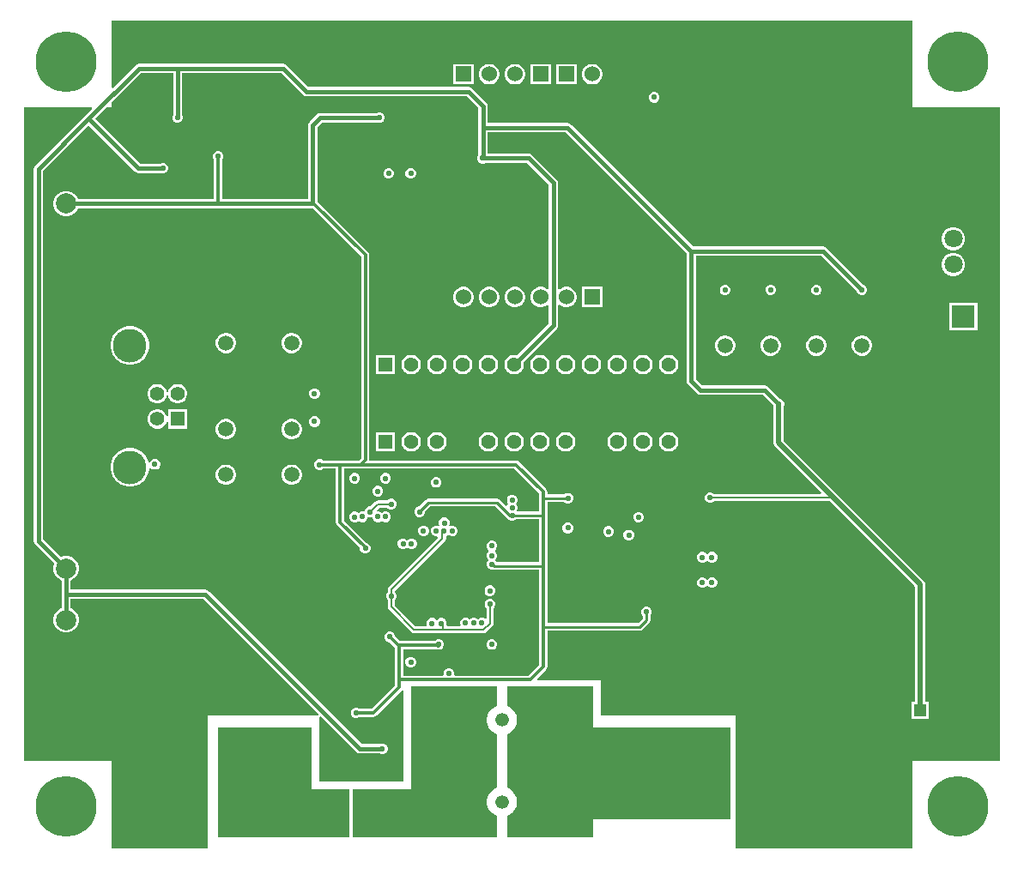
<source format=gbr>
%TF.GenerationSoftware,Altium Limited,Altium Designer,25.2.1 (25)*%
G04 Layer_Physical_Order=2*
G04 Layer_Color=36540*
%FSLAX43Y43*%
%MOMM*%
%TF.SameCoordinates,14BE83A4-B3EB-4770-8DB1-726BE69DDD70*%
%TF.FilePolarity,Positive*%
%TF.FileFunction,Copper,L2,Inr,Signal*%
%TF.Part,Single*%
G01*
G75*
%TA.AperFunction,Conductor*%
%ADD11C,0.203*%
%ADD12C,0.250*%
%ADD13C,0.200*%
%ADD14C,0.300*%
%ADD15C,0.400*%
%TA.AperFunction,ComponentPad*%
%ADD16C,1.500*%
%ADD17R,1.500X1.500*%
%ADD18C,1.524*%
%ADD19R,1.524X1.524*%
%ADD20C,2.300*%
%ADD21C,1.200*%
%ADD22R,1.200X1.200*%
%ADD23C,2.400*%
%ADD24C,1.325*%
%ADD25C,1.800*%
%ADD26C,2.000*%
%ADD27C,1.425*%
%ADD28C,2.250*%
%ADD29R,1.408X1.408*%
%ADD30C,3.316*%
%ADD31C,1.408*%
%TA.AperFunction,ViaPad*%
%ADD32C,6.000*%
%TA.AperFunction,ComponentPad*%
%ADD33R,1.425X1.425*%
%ADD34R,2.250X2.250*%
%TA.AperFunction,ViaPad*%
%ADD35C,0.550*%
%TA.AperFunction,Conductor*%
%ADD36C,0.500*%
%ADD37C,0.254*%
G36*
X88000Y73500D02*
X96616D01*
Y9000D01*
X88000D01*
Y384D01*
X70500D01*
Y13500D01*
X57250D01*
Y17000D01*
X51017D01*
X50968Y17117D01*
X51850Y18000D01*
X51850Y18000D01*
X51939Y18132D01*
X51970Y18288D01*
X51970Y18288D01*
Y21843D01*
X61087D01*
X61233Y21872D01*
X61357Y21955D01*
X62020Y22618D01*
X62103Y22742D01*
X62132Y22888D01*
Y23340D01*
X62195Y23403D01*
X62275Y23596D01*
Y23804D01*
X62195Y23997D01*
X62047Y24145D01*
X61854Y24225D01*
X61646D01*
X61453Y24145D01*
X61305Y23997D01*
X61225Y23804D01*
Y23596D01*
X61305Y23403D01*
X61368Y23340D01*
Y23046D01*
X60929Y22607D01*
X51970D01*
Y28250D01*
Y33401D01*
X51960Y33451D01*
X51970Y33500D01*
Y34556D01*
X53642D01*
X53703Y34495D01*
X53896Y34415D01*
X54104D01*
X54297Y34495D01*
X54445Y34643D01*
X54525Y34836D01*
Y35045D01*
X54445Y35237D01*
X54297Y35385D01*
X54104Y35465D01*
X53896D01*
X53703Y35385D01*
X53642Y35324D01*
X51970D01*
Y35560D01*
X51970Y35560D01*
X51939Y35716D01*
X51850Y35848D01*
X49160Y38538D01*
X49028Y38627D01*
X48872Y38658D01*
X48872Y38658D01*
X34481D01*
X34418Y38735D01*
X34418Y38735D01*
Y58938D01*
X34418Y58938D01*
X34387Y59094D01*
X34298Y59226D01*
X34298Y59226D01*
X29288Y64237D01*
Y71565D01*
X29764Y72041D01*
X35136D01*
X35296Y71975D01*
X35504D01*
X35697Y72055D01*
X35845Y72203D01*
X35925Y72396D01*
Y72604D01*
X35845Y72797D01*
X35697Y72945D01*
X35504Y73025D01*
X35296D01*
X35136Y72959D01*
X29574D01*
X29398Y72924D01*
X29250Y72824D01*
X28505Y72079D01*
X28405Y71931D01*
X28370Y71755D01*
Y64459D01*
X19908D01*
Y68340D01*
X19945Y68378D01*
X20025Y68571D01*
Y68779D01*
X19945Y68972D01*
X19797Y69120D01*
X19604Y69200D01*
X19396D01*
X19203Y69120D01*
X19055Y68972D01*
X18975Y68779D01*
Y68571D01*
X19055Y68378D01*
X19092Y68340D01*
Y64459D01*
X5671D01*
X5665Y64482D01*
X5500Y64768D01*
X5268Y65000D01*
X4982Y65165D01*
X4665Y65250D01*
X4335D01*
X4018Y65165D01*
X3732Y65000D01*
X3500Y64768D01*
X3335Y64482D01*
X3250Y64165D01*
Y63835D01*
X3335Y63518D01*
X3500Y63232D01*
X3732Y63000D01*
X4018Y62835D01*
X4335Y62750D01*
X4665D01*
X4982Y62835D01*
X5268Y63000D01*
X5500Y63232D01*
X5665Y63518D01*
X5671Y63541D01*
X28710D01*
X28810Y63561D01*
X33602Y58769D01*
Y38904D01*
X33356Y38658D01*
X29835D01*
X29797Y38695D01*
X29604Y38775D01*
X29396D01*
X29203Y38695D01*
X29055Y38547D01*
X28975Y38354D01*
Y38146D01*
X29055Y37953D01*
X29203Y37805D01*
X29396Y37725D01*
X29604D01*
X29797Y37805D01*
X29835Y37842D01*
X31105D01*
Y32565D01*
X31105Y32565D01*
X31136Y32409D01*
X31224Y32277D01*
X33485Y30016D01*
Y29896D01*
X33565Y29703D01*
X33713Y29555D01*
X33905Y29475D01*
X34114D01*
X34307Y29555D01*
X34455Y29703D01*
X34535Y29896D01*
Y30104D01*
X34455Y30297D01*
X34307Y30445D01*
X34140Y30514D01*
X31920Y32734D01*
Y37842D01*
X33525D01*
X33525Y37842D01*
X33525Y37842D01*
X48703D01*
X51154Y35391D01*
Y34940D01*
Y33634D01*
X49043D01*
X48969Y33761D01*
X49025Y33896D01*
Y34104D01*
X48945Y34297D01*
X48867Y34375D01*
X48945Y34453D01*
X49025Y34646D01*
Y34854D01*
X48945Y35047D01*
X48797Y35195D01*
X48604Y35275D01*
X48396D01*
X48203Y35195D01*
X48055Y35047D01*
X47975Y34854D01*
Y34646D01*
X48055Y34453D01*
X48133Y34375D01*
X48055Y34297D01*
X48024Y34224D01*
X47875Y34194D01*
X47297Y34772D01*
X47172Y34855D01*
X47025Y34884D01*
X47025Y34884D01*
X40215D01*
X40215Y34884D01*
X40068Y34855D01*
X39943Y34772D01*
X39296Y34125D01*
X39266D01*
X39073Y34045D01*
X38925Y33897D01*
X38845Y33704D01*
Y33496D01*
X38925Y33303D01*
X39073Y33155D01*
X39266Y33075D01*
X39474D01*
X39667Y33155D01*
X39815Y33303D01*
X39895Y33496D01*
Y33636D01*
X40374Y34116D01*
X46866D01*
X48003Y32978D01*
X48003Y32978D01*
X48124Y32897D01*
X48217Y32805D01*
X48410Y32725D01*
X48618D01*
X48811Y32805D01*
X48872Y32866D01*
X51154D01*
Y28634D01*
X46971D01*
X46945Y28697D01*
X46817Y28825D01*
X46945Y28953D01*
X47025Y29146D01*
Y29354D01*
X46945Y29547D01*
X46817Y29676D01*
X46806Y29750D01*
X46817Y29824D01*
X46945Y29953D01*
X47025Y30146D01*
Y30354D01*
X46945Y30547D01*
X46797Y30695D01*
X46604Y30775D01*
X46396D01*
X46203Y30695D01*
X46055Y30547D01*
X45975Y30354D01*
Y30146D01*
X46055Y29953D01*
X46183Y29824D01*
X46194Y29750D01*
X46183Y29676D01*
X46055Y29547D01*
X45975Y29354D01*
Y29146D01*
X46055Y28953D01*
X46183Y28825D01*
X46055Y28697D01*
X45975Y28504D01*
Y28296D01*
X46055Y28103D01*
X46203Y27955D01*
X46396Y27875D01*
X46604D01*
X46631Y27886D01*
X46732Y27866D01*
X51154D01*
Y22225D01*
Y18457D01*
X50123Y17426D01*
X42838D01*
X42768Y17531D01*
X42775Y17549D01*
Y17757D01*
X42695Y17950D01*
X42547Y18098D01*
X42354Y18178D01*
X42146D01*
X41953Y18098D01*
X41805Y17950D01*
X41725Y17757D01*
Y17549D01*
X41732Y17531D01*
X41662Y17426D01*
X37746D01*
Y20039D01*
X40991D01*
X41008Y20032D01*
X41021Y20023D01*
X41037Y20020D01*
X41146Y19975D01*
X41354D01*
X41547Y20055D01*
X41695Y20203D01*
X41775Y20396D01*
Y20604D01*
X41695Y20797D01*
X41547Y20945D01*
X41354Y21025D01*
X41146D01*
X40953Y20945D01*
X40862Y20855D01*
X37393D01*
X36947Y21301D01*
Y21353D01*
X36867Y21546D01*
X36719Y21694D01*
X36526Y21774D01*
X36318D01*
X36125Y21694D01*
X35977Y21546D01*
X35897Y21353D01*
Y21145D01*
X35977Y20952D01*
X36125Y20804D01*
X36318Y20724D01*
X36370D01*
X36930Y20164D01*
Y17018D01*
Y16425D01*
X34663Y14158D01*
X33445D01*
X33407Y14195D01*
X33214Y14275D01*
X33005D01*
X32813Y14195D01*
X32665Y14047D01*
X32585Y13854D01*
Y13646D01*
X32665Y13453D01*
X32813Y13305D01*
X33005Y13225D01*
X33214D01*
X33407Y13305D01*
X33445Y13342D01*
X34832D01*
X34832Y13342D01*
X34988Y13373D01*
X35120Y13462D01*
X37623Y15964D01*
X37638Y15964D01*
X37750Y15924D01*
Y7000D01*
X29500D01*
Y13360D01*
X29627Y13412D01*
X33160Y9880D01*
X33308Y9780D01*
X33484Y9745D01*
X35423D01*
X35583Y9679D01*
X35791D01*
X35984Y9759D01*
X36132Y9907D01*
X36212Y10100D01*
Y10308D01*
X36132Y10501D01*
X35984Y10649D01*
X35791Y10729D01*
X35583D01*
X35423Y10663D01*
X33674D01*
X18552Y25784D01*
X18404Y25884D01*
X18228Y25919D01*
X4959D01*
Y26829D01*
X4982Y26835D01*
X5268Y27000D01*
X5500Y27232D01*
X5665Y27518D01*
X5750Y27835D01*
Y28165D01*
X5665Y28482D01*
X5500Y28768D01*
X5268Y29000D01*
X4982Y29165D01*
X4665Y29250D01*
X4335D01*
X4018Y29165D01*
X3996Y29153D01*
X2237Y30912D01*
Y67247D01*
X6731Y71741D01*
X11297Y67176D01*
X11445Y67076D01*
X11621Y67041D01*
X13796D01*
X13955Y66975D01*
X14164D01*
X14357Y67055D01*
X14505Y67203D01*
X14585Y67396D01*
Y67604D01*
X14505Y67797D01*
X14357Y67945D01*
X14164Y68025D01*
X13955D01*
X13796Y67959D01*
X11811D01*
X7380Y72390D01*
X8490Y73500D01*
X9000D01*
Y74010D01*
X11874Y76884D01*
X15041D01*
Y72764D01*
X14975Y72604D01*
Y72396D01*
X15055Y72203D01*
X15203Y72055D01*
X15396Y71975D01*
X15604D01*
X15797Y72055D01*
X15945Y72203D01*
X16025Y72396D01*
Y72604D01*
X15959Y72764D01*
Y76884D01*
X25718D01*
X27870Y74733D01*
X28018Y74633D01*
X28194Y74598D01*
X44006D01*
X45168Y73436D01*
Y71501D01*
Y68811D01*
X45155Y68797D01*
X45075Y68604D01*
Y68396D01*
X45155Y68203D01*
X45303Y68055D01*
X45496Y67975D01*
X45704D01*
X45864Y68041D01*
X49928D01*
X52119Y65850D01*
Y55586D01*
X51992Y55533D01*
X51929Y55596D01*
X51699Y55729D01*
X51441Y55798D01*
X51175D01*
X50917Y55729D01*
X50687Y55596D01*
X50498Y55407D01*
X50365Y55177D01*
X50296Y54919D01*
Y54653D01*
X50365Y54395D01*
X50498Y54165D01*
X50687Y53976D01*
X50917Y53843D01*
X51175Y53774D01*
X51441D01*
X51699Y53843D01*
X51929Y53976D01*
X51992Y54039D01*
X52119Y53986D01*
Y52188D01*
X48974Y49043D01*
X48827Y49082D01*
X48574D01*
X48329Y49017D01*
X48109Y48890D01*
X47930Y48711D01*
X47803Y48491D01*
X47738Y48247D01*
Y47993D01*
X47803Y47748D01*
X47930Y47529D01*
X48109Y47350D01*
X48329Y47223D01*
X48574Y47157D01*
X48827D01*
X49072Y47223D01*
X49291Y47350D01*
X49471Y47529D01*
X49597Y47748D01*
X49663Y47993D01*
Y48247D01*
X49623Y48394D01*
X52902Y51673D01*
X53002Y51822D01*
X53037Y51998D01*
Y53986D01*
X53164Y54039D01*
X53227Y53976D01*
X53457Y53843D01*
X53715Y53774D01*
X53981D01*
X54239Y53843D01*
X54469Y53976D01*
X54658Y54165D01*
X54791Y54395D01*
X54860Y54653D01*
Y54919D01*
X54791Y55177D01*
X54658Y55407D01*
X54469Y55596D01*
X54239Y55729D01*
X53981Y55798D01*
X53715D01*
X53457Y55729D01*
X53227Y55596D01*
X53164Y55533D01*
X53037Y55586D01*
Y66040D01*
X53002Y66216D01*
X52902Y66364D01*
X50442Y68824D01*
X50294Y68924D01*
X50118Y68959D01*
X46086D01*
Y71042D01*
X53785D01*
X65708Y59119D01*
Y46482D01*
X65743Y46306D01*
X65843Y46158D01*
X66732Y45269D01*
X66880Y45169D01*
X67056Y45134D01*
X73217D01*
X74293Y44058D01*
Y40386D01*
X74332Y40191D01*
X74443Y40026D01*
X78994Y35474D01*
X78945Y35357D01*
X68386D01*
X68297Y35445D01*
X68104Y35525D01*
X67896D01*
X67703Y35445D01*
X67555Y35297D01*
X67475Y35104D01*
Y34896D01*
X67555Y34703D01*
X67703Y34555D01*
X67896Y34475D01*
X68104D01*
X68297Y34555D01*
X68386Y34643D01*
X79825D01*
X88240Y26228D01*
Y14850D01*
X87900D01*
Y13150D01*
X89600D01*
Y14850D01*
X89260D01*
Y26439D01*
X89221Y26634D01*
X89110Y26800D01*
X80561Y35349D01*
X75313Y40597D01*
Y44075D01*
X75328Y44112D01*
Y44320D01*
X75248Y44513D01*
X75100Y44661D01*
X74908Y44741D01*
X73731Y45917D01*
X73583Y46017D01*
X73407Y46052D01*
X67246D01*
X66626Y46672D01*
Y58850D01*
X79001D01*
X82489Y55362D01*
X82555Y55203D01*
X82703Y55055D01*
X82896Y54975D01*
X83104D01*
X83297Y55055D01*
X83445Y55203D01*
X83525Y55396D01*
Y55604D01*
X83445Y55797D01*
X83297Y55945D01*
X83138Y56011D01*
X79515Y59633D01*
X79367Y59733D01*
X79191Y59768D01*
X66357D01*
X54299Y71825D01*
X54151Y71925D01*
X53975Y71960D01*
X46086D01*
Y73626D01*
X46051Y73802D01*
X45951Y73950D01*
X44520Y75381D01*
X44372Y75481D01*
X44196Y75516D01*
X28384D01*
X26232Y77667D01*
X26084Y77767D01*
X25908Y77802D01*
X11684D01*
X11508Y77767D01*
X11360Y77667D01*
X9117Y75425D01*
X9000Y75474D01*
Y82116D01*
X88000D01*
Y73500D01*
D02*
G37*
G36*
X56500Y12290D02*
X70040D01*
Y3210D01*
X56500D01*
Y1500D01*
X48000D01*
Y3566D01*
X48199Y3648D01*
X48440Y3809D01*
X48646Y4015D01*
X48807Y4256D01*
X48918Y4525D01*
X48975Y4810D01*
Y5100D01*
X48918Y5385D01*
X48807Y5654D01*
X48646Y5895D01*
X48440Y6101D01*
X48199Y6262D01*
X48000Y6344D01*
Y11656D01*
X48199Y11738D01*
X48440Y11899D01*
X48646Y12105D01*
X48807Y12346D01*
X48918Y12615D01*
X48975Y12900D01*
Y13190D01*
X48918Y13475D01*
X48807Y13744D01*
X48646Y13985D01*
X48440Y14191D01*
X48199Y14352D01*
X48000Y14434D01*
Y16400D01*
X56500D01*
Y12290D01*
D02*
G37*
G36*
X47000Y14434D02*
X46801Y14352D01*
X46560Y14191D01*
X46354Y13985D01*
X46193Y13744D01*
X46082Y13475D01*
X46025Y13190D01*
Y12900D01*
X46082Y12615D01*
X46193Y12346D01*
X46354Y12105D01*
X46560Y11899D01*
X46801Y11738D01*
X47000Y11656D01*
Y6344D01*
X46801Y6262D01*
X46560Y6101D01*
X46354Y5895D01*
X46193Y5654D01*
X46082Y5385D01*
X46025Y5100D01*
Y4810D01*
X46082Y4525D01*
X46193Y4256D01*
X46354Y4015D01*
X46560Y3809D01*
X46801Y3648D01*
X47000Y3566D01*
Y1500D01*
X32800D01*
Y6250D01*
X38500D01*
Y16400D01*
X47000D01*
Y14434D01*
D02*
G37*
G36*
X28750Y6250D02*
X32400D01*
Y1500D01*
X19500D01*
Y12290D01*
X28750D01*
Y6250D01*
D02*
G37*
G36*
X7075Y73383D02*
X6407Y72714D01*
X1454Y67761D01*
X1354Y67613D01*
X1319Y67437D01*
Y30722D01*
X1354Y30546D01*
X1454Y30398D01*
X3347Y28504D01*
X3335Y28482D01*
X3250Y28165D01*
Y27835D01*
X3335Y27518D01*
X3500Y27232D01*
X3732Y27000D01*
X4018Y26835D01*
X4041Y26829D01*
Y25460D01*
Y24091D01*
X4018Y24085D01*
X3732Y23920D01*
X3500Y23688D01*
X3335Y23402D01*
X3250Y23085D01*
Y22755D01*
X3335Y22438D01*
X3500Y22152D01*
X3732Y21920D01*
X4018Y21755D01*
X4335Y21670D01*
X4665D01*
X4982Y21755D01*
X5268Y21920D01*
X5500Y22152D01*
X5665Y22438D01*
X5750Y22755D01*
Y23085D01*
X5665Y23402D01*
X5500Y23688D01*
X5268Y23920D01*
X4982Y24085D01*
X4959Y24091D01*
Y25001D01*
X18038D01*
X29412Y13627D01*
X29360Y13500D01*
X18500D01*
Y384D01*
X9000D01*
Y9000D01*
X384D01*
Y73500D01*
X7026D01*
X7075Y73383D01*
D02*
G37*
%LPC*%
G36*
X56521Y77798D02*
X56255D01*
X55997Y77729D01*
X55767Y77596D01*
X55578Y77407D01*
X55445Y77177D01*
X55376Y76919D01*
Y76653D01*
X55445Y76395D01*
X55578Y76165D01*
X55767Y75976D01*
X55997Y75843D01*
X56255Y75774D01*
X56521D01*
X56779Y75843D01*
X57009Y75976D01*
X57198Y76165D01*
X57331Y76395D01*
X57400Y76653D01*
Y76919D01*
X57331Y77177D01*
X57198Y77407D01*
X57009Y77596D01*
X56779Y77729D01*
X56521Y77798D01*
D02*
G37*
G36*
X54860D02*
X52836D01*
Y75774D01*
X54860D01*
Y77798D01*
D02*
G37*
G36*
X52320D02*
X50296D01*
Y75774D01*
X52320D01*
Y77798D01*
D02*
G37*
G36*
X48901D02*
X48635D01*
X48377Y77729D01*
X48147Y77596D01*
X47958Y77407D01*
X47825Y77177D01*
X47756Y76919D01*
Y76653D01*
X47825Y76395D01*
X47958Y76165D01*
X48147Y75976D01*
X48377Y75843D01*
X48635Y75774D01*
X48901D01*
X49159Y75843D01*
X49389Y75976D01*
X49578Y76165D01*
X49711Y76395D01*
X49780Y76653D01*
Y76919D01*
X49711Y77177D01*
X49578Y77407D01*
X49389Y77596D01*
X49159Y77729D01*
X48901Y77798D01*
D02*
G37*
G36*
X46361D02*
X46095D01*
X45837Y77729D01*
X45607Y77596D01*
X45418Y77407D01*
X45285Y77177D01*
X45216Y76919D01*
Y76653D01*
X45285Y76395D01*
X45418Y76165D01*
X45607Y75976D01*
X45837Y75843D01*
X46095Y75774D01*
X46361D01*
X46619Y75843D01*
X46849Y75976D01*
X47038Y76165D01*
X47171Y76395D01*
X47240Y76653D01*
Y76919D01*
X47171Y77177D01*
X47038Y77407D01*
X46849Y77596D01*
X46619Y77729D01*
X46361Y77798D01*
D02*
G37*
G36*
X44700D02*
X42676D01*
Y75774D01*
X44700D01*
Y77798D01*
D02*
G37*
G36*
X62604Y75025D02*
X62396D01*
X62203Y74945D01*
X62055Y74797D01*
X61975Y74604D01*
Y74396D01*
X62055Y74203D01*
X62203Y74055D01*
X62396Y73975D01*
X62604D01*
X62797Y74055D01*
X62945Y74203D01*
X63025Y74396D01*
Y74604D01*
X62945Y74797D01*
X62797Y74945D01*
X62604Y75025D01*
D02*
G37*
G36*
X38604Y67525D02*
X38396D01*
X38203Y67445D01*
X38055Y67297D01*
X37975Y67104D01*
Y66896D01*
X38055Y66703D01*
X38203Y66555D01*
X38396Y66475D01*
X38604D01*
X38797Y66555D01*
X38945Y66703D01*
X39025Y66896D01*
Y67104D01*
X38945Y67297D01*
X38797Y67445D01*
X38604Y67525D01*
D02*
G37*
G36*
X36426D02*
X36218D01*
X36025Y67445D01*
X35877Y67297D01*
X35797Y67104D01*
Y66896D01*
X35877Y66703D01*
X36025Y66555D01*
X36218Y66475D01*
X36426D01*
X36619Y66555D01*
X36767Y66703D01*
X36847Y66896D01*
Y67104D01*
X36767Y67297D01*
X36619Y67445D01*
X36426Y67525D01*
D02*
G37*
G36*
X92151Y61690D02*
X91849D01*
X91556Y61612D01*
X91294Y61460D01*
X91080Y61246D01*
X90928Y60984D01*
X90850Y60691D01*
Y60389D01*
X90928Y60096D01*
X91080Y59834D01*
X91294Y59620D01*
X91556Y59468D01*
X91849Y59390D01*
X92151D01*
X92444Y59468D01*
X92706Y59620D01*
X92920Y59834D01*
X93072Y60096D01*
X93150Y60389D01*
Y60691D01*
X93072Y60984D01*
X92920Y61246D01*
X92706Y61460D01*
X92444Y61612D01*
X92151Y61690D01*
D02*
G37*
G36*
Y59150D02*
X91849D01*
X91556Y59072D01*
X91294Y58920D01*
X91080Y58706D01*
X90928Y58444D01*
X90850Y58151D01*
Y57849D01*
X90928Y57556D01*
X91080Y57294D01*
X91294Y57080D01*
X91556Y56928D01*
X91849Y56850D01*
X92151D01*
X92444Y56928D01*
X92706Y57080D01*
X92920Y57294D01*
X93072Y57556D01*
X93150Y57849D01*
Y58151D01*
X93072Y58444D01*
X92920Y58706D01*
X92706Y58920D01*
X92444Y59072D01*
X92151Y59150D01*
D02*
G37*
G36*
X74104Y56025D02*
X73896D01*
X73703Y55945D01*
X73555Y55797D01*
X73475Y55604D01*
Y55396D01*
X73555Y55203D01*
X73703Y55055D01*
X73896Y54975D01*
X74104D01*
X74297Y55055D01*
X74445Y55203D01*
X74525Y55396D01*
Y55604D01*
X74445Y55797D01*
X74297Y55945D01*
X74104Y56025D01*
D02*
G37*
G36*
X78604Y56010D02*
X78396D01*
X78203Y55930D01*
X78055Y55782D01*
X77975Y55589D01*
Y55380D01*
X78055Y55188D01*
X78203Y55040D01*
X78396Y54960D01*
X78604D01*
X78797Y55040D01*
X78945Y55188D01*
X79025Y55380D01*
Y55589D01*
X78945Y55782D01*
X78797Y55930D01*
X78604Y56010D01*
D02*
G37*
G36*
X69604D02*
X69396D01*
X69203Y55930D01*
X69055Y55782D01*
X68975Y55589D01*
Y55380D01*
X69055Y55188D01*
X69203Y55040D01*
X69396Y54960D01*
X69604D01*
X69797Y55040D01*
X69945Y55188D01*
X70025Y55380D01*
Y55589D01*
X69945Y55782D01*
X69797Y55930D01*
X69604Y56010D01*
D02*
G37*
G36*
X57400Y55798D02*
X55376D01*
Y53774D01*
X57400D01*
Y55798D01*
D02*
G37*
G36*
X48901D02*
X48635D01*
X48377Y55729D01*
X48147Y55596D01*
X47958Y55407D01*
X47825Y55177D01*
X47756Y54919D01*
Y54653D01*
X47825Y54395D01*
X47958Y54165D01*
X48147Y53976D01*
X48377Y53843D01*
X48635Y53774D01*
X48901D01*
X49159Y53843D01*
X49389Y53976D01*
X49578Y54165D01*
X49711Y54395D01*
X49780Y54653D01*
Y54919D01*
X49711Y55177D01*
X49578Y55407D01*
X49389Y55596D01*
X49159Y55729D01*
X48901Y55798D01*
D02*
G37*
G36*
X46361D02*
X46095D01*
X45837Y55729D01*
X45607Y55596D01*
X45418Y55407D01*
X45285Y55177D01*
X45216Y54919D01*
Y54653D01*
X45285Y54395D01*
X45418Y54165D01*
X45607Y53976D01*
X45837Y53843D01*
X46095Y53774D01*
X46361D01*
X46619Y53843D01*
X46849Y53976D01*
X47038Y54165D01*
X47171Y54395D01*
X47240Y54653D01*
Y54919D01*
X47171Y55177D01*
X47038Y55407D01*
X46849Y55596D01*
X46619Y55729D01*
X46361Y55798D01*
D02*
G37*
G36*
X43821D02*
X43555D01*
X43297Y55729D01*
X43067Y55596D01*
X42878Y55407D01*
X42745Y55177D01*
X42676Y54919D01*
Y54653D01*
X42745Y54395D01*
X42878Y54165D01*
X43067Y53976D01*
X43297Y53843D01*
X43555Y53774D01*
X43821D01*
X44079Y53843D01*
X44309Y53976D01*
X44498Y54165D01*
X44631Y54395D01*
X44700Y54653D01*
Y54919D01*
X44631Y55177D01*
X44498Y55407D01*
X44309Y55596D01*
X44079Y55729D01*
X43821Y55798D01*
D02*
G37*
G36*
X94375Y54225D02*
X91625D01*
Y51475D01*
X94375D01*
Y54225D01*
D02*
G37*
G36*
X26882Y51250D02*
X26618D01*
X26364Y51182D01*
X26136Y51050D01*
X25950Y50864D01*
X25818Y50636D01*
X25750Y50382D01*
Y50118D01*
X25818Y49864D01*
X25950Y49636D01*
X26136Y49450D01*
X26364Y49318D01*
X26618Y49250D01*
X26882D01*
X27136Y49318D01*
X27364Y49450D01*
X27550Y49636D01*
X27682Y49864D01*
X27750Y50118D01*
Y50382D01*
X27682Y50636D01*
X27550Y50864D01*
X27364Y51050D01*
X27136Y51182D01*
X26882Y51250D01*
D02*
G37*
G36*
X20382D02*
X20118D01*
X19864Y51182D01*
X19636Y51050D01*
X19450Y50864D01*
X19318Y50636D01*
X19250Y50382D01*
Y50118D01*
X19318Y49864D01*
X19450Y49636D01*
X19636Y49450D01*
X19864Y49318D01*
X20118Y49250D01*
X20382D01*
X20636Y49318D01*
X20864Y49450D01*
X21050Y49636D01*
X21182Y49864D01*
X21250Y50118D01*
Y50382D01*
X21182Y50636D01*
X21050Y50864D01*
X20864Y51050D01*
X20636Y51182D01*
X20382Y51250D01*
D02*
G37*
G36*
X83132Y51000D02*
X82868D01*
X82614Y50932D01*
X82386Y50800D01*
X82200Y50614D01*
X82068Y50386D01*
X82000Y50132D01*
Y49868D01*
X82068Y49614D01*
X82200Y49386D01*
X82386Y49200D01*
X82614Y49068D01*
X82868Y49000D01*
X83132D01*
X83386Y49068D01*
X83614Y49200D01*
X83800Y49386D01*
X83932Y49614D01*
X84000Y49868D01*
Y50132D01*
X83932Y50386D01*
X83800Y50614D01*
X83614Y50800D01*
X83386Y50932D01*
X83132Y51000D01*
D02*
G37*
G36*
X78632D02*
X78368D01*
X78114Y50932D01*
X77886Y50800D01*
X77700Y50614D01*
X77568Y50386D01*
X77500Y50132D01*
Y49868D01*
X77568Y49614D01*
X77700Y49386D01*
X77886Y49200D01*
X78114Y49068D01*
X78368Y49000D01*
X78632D01*
X78886Y49068D01*
X79114Y49200D01*
X79300Y49386D01*
X79432Y49614D01*
X79500Y49868D01*
Y50132D01*
X79432Y50386D01*
X79300Y50614D01*
X79114Y50800D01*
X78886Y50932D01*
X78632Y51000D01*
D02*
G37*
G36*
X74132D02*
X73868D01*
X73614Y50932D01*
X73386Y50800D01*
X73200Y50614D01*
X73068Y50386D01*
X73000Y50132D01*
Y49868D01*
X73068Y49614D01*
X73200Y49386D01*
X73386Y49200D01*
X73614Y49068D01*
X73868Y49000D01*
X74132D01*
X74386Y49068D01*
X74614Y49200D01*
X74800Y49386D01*
X74932Y49614D01*
X75000Y49868D01*
Y50132D01*
X74932Y50386D01*
X74800Y50614D01*
X74614Y50800D01*
X74386Y50932D01*
X74132Y51000D01*
D02*
G37*
G36*
X69632D02*
X69368D01*
X69114Y50932D01*
X68886Y50800D01*
X68700Y50614D01*
X68568Y50386D01*
X68500Y50132D01*
Y49868D01*
X68568Y49614D01*
X68700Y49386D01*
X68886Y49200D01*
X69114Y49068D01*
X69368Y49000D01*
X69632D01*
X69886Y49068D01*
X70114Y49200D01*
X70300Y49386D01*
X70432Y49614D01*
X70500Y49868D01*
Y50132D01*
X70432Y50386D01*
X70300Y50614D01*
X70114Y50800D01*
X69886Y50932D01*
X69632Y51000D01*
D02*
G37*
G36*
X10988Y51928D02*
X10612D01*
X10243Y51855D01*
X9896Y51711D01*
X9584Y51502D01*
X9318Y51236D01*
X9109Y50924D01*
X8965Y50577D01*
X8892Y50208D01*
Y49832D01*
X8965Y49463D01*
X9109Y49116D01*
X9318Y48804D01*
X9584Y48538D01*
X9896Y48329D01*
X10243Y48185D01*
X10612Y48112D01*
X10988D01*
X11357Y48185D01*
X11704Y48329D01*
X12016Y48538D01*
X12282Y48804D01*
X12491Y49116D01*
X12635Y49463D01*
X12708Y49832D01*
Y50208D01*
X12635Y50577D01*
X12491Y50924D01*
X12282Y51236D01*
X12016Y51502D01*
X11704Y51711D01*
X11357Y51855D01*
X10988Y51928D01*
D02*
G37*
G36*
X64067Y49082D02*
X63814D01*
X63569Y49017D01*
X63349Y48890D01*
X63170Y48711D01*
X63043Y48491D01*
X62978Y48247D01*
Y47993D01*
X63043Y47748D01*
X63170Y47529D01*
X63349Y47350D01*
X63569Y47223D01*
X63814Y47157D01*
X64067D01*
X64312Y47223D01*
X64531Y47350D01*
X64711Y47529D01*
X64837Y47748D01*
X64903Y47993D01*
Y48247D01*
X64837Y48491D01*
X64711Y48711D01*
X64531Y48890D01*
X64312Y49017D01*
X64067Y49082D01*
D02*
G37*
G36*
X61527D02*
X61274D01*
X61029Y49017D01*
X60809Y48890D01*
X60630Y48711D01*
X60503Y48491D01*
X60438Y48247D01*
Y47993D01*
X60503Y47748D01*
X60630Y47529D01*
X60809Y47350D01*
X61029Y47223D01*
X61274Y47157D01*
X61527D01*
X61772Y47223D01*
X61991Y47350D01*
X62171Y47529D01*
X62297Y47748D01*
X62363Y47993D01*
Y48247D01*
X62297Y48491D01*
X62171Y48711D01*
X61991Y48890D01*
X61772Y49017D01*
X61527Y49082D01*
D02*
G37*
G36*
X58987D02*
X58734D01*
X58489Y49017D01*
X58269Y48890D01*
X58090Y48711D01*
X57963Y48491D01*
X57898Y48247D01*
Y47993D01*
X57963Y47748D01*
X58090Y47529D01*
X58269Y47350D01*
X58489Y47223D01*
X58734Y47157D01*
X58987D01*
X59232Y47223D01*
X59451Y47350D01*
X59631Y47529D01*
X59757Y47748D01*
X59823Y47993D01*
Y48247D01*
X59757Y48491D01*
X59631Y48711D01*
X59451Y48890D01*
X59232Y49017D01*
X58987Y49082D01*
D02*
G37*
G36*
X56447D02*
X56194D01*
X55949Y49017D01*
X55729Y48890D01*
X55550Y48711D01*
X55423Y48491D01*
X55358Y48247D01*
Y47993D01*
X55423Y47748D01*
X55550Y47529D01*
X55729Y47350D01*
X55949Y47223D01*
X56194Y47157D01*
X56447D01*
X56692Y47223D01*
X56911Y47350D01*
X57091Y47529D01*
X57217Y47748D01*
X57283Y47993D01*
Y48247D01*
X57217Y48491D01*
X57091Y48711D01*
X56911Y48890D01*
X56692Y49017D01*
X56447Y49082D01*
D02*
G37*
G36*
X53907D02*
X53654D01*
X53409Y49017D01*
X53189Y48890D01*
X53010Y48711D01*
X52883Y48491D01*
X52818Y48247D01*
Y47993D01*
X52883Y47748D01*
X53010Y47529D01*
X53189Y47350D01*
X53409Y47223D01*
X53654Y47157D01*
X53907D01*
X54152Y47223D01*
X54371Y47350D01*
X54551Y47529D01*
X54677Y47748D01*
X54743Y47993D01*
Y48247D01*
X54677Y48491D01*
X54551Y48711D01*
X54371Y48890D01*
X54152Y49017D01*
X53907Y49082D01*
D02*
G37*
G36*
X51367D02*
X51114D01*
X50869Y49017D01*
X50649Y48890D01*
X50470Y48711D01*
X50343Y48491D01*
X50278Y48247D01*
Y47993D01*
X50343Y47748D01*
X50470Y47529D01*
X50649Y47350D01*
X50869Y47223D01*
X51114Y47157D01*
X51367D01*
X51612Y47223D01*
X51831Y47350D01*
X52011Y47529D01*
X52137Y47748D01*
X52203Y47993D01*
Y48247D01*
X52137Y48491D01*
X52011Y48711D01*
X51831Y48890D01*
X51612Y49017D01*
X51367Y49082D01*
D02*
G37*
G36*
X46287D02*
X46034D01*
X45789Y49017D01*
X45569Y48890D01*
X45390Y48711D01*
X45263Y48491D01*
X45198Y48247D01*
Y47993D01*
X45263Y47748D01*
X45390Y47529D01*
X45569Y47350D01*
X45789Y47223D01*
X46034Y47157D01*
X46287D01*
X46532Y47223D01*
X46751Y47350D01*
X46931Y47529D01*
X47057Y47748D01*
X47123Y47993D01*
Y48247D01*
X47057Y48491D01*
X46931Y48711D01*
X46751Y48890D01*
X46532Y49017D01*
X46287Y49082D01*
D02*
G37*
G36*
X43747D02*
X43494D01*
X43249Y49017D01*
X43029Y48890D01*
X42850Y48711D01*
X42723Y48491D01*
X42658Y48247D01*
Y47993D01*
X42723Y47748D01*
X42850Y47529D01*
X43029Y47350D01*
X43249Y47223D01*
X43494Y47157D01*
X43747D01*
X43992Y47223D01*
X44211Y47350D01*
X44391Y47529D01*
X44517Y47748D01*
X44583Y47993D01*
Y48247D01*
X44517Y48491D01*
X44391Y48711D01*
X44211Y48890D01*
X43992Y49017D01*
X43747Y49082D01*
D02*
G37*
G36*
X41207D02*
X40954D01*
X40709Y49017D01*
X40489Y48890D01*
X40310Y48711D01*
X40183Y48491D01*
X40118Y48247D01*
Y47993D01*
X40183Y47748D01*
X40310Y47529D01*
X40489Y47350D01*
X40709Y47223D01*
X40954Y47157D01*
X41207D01*
X41452Y47223D01*
X41671Y47350D01*
X41851Y47529D01*
X41977Y47748D01*
X42043Y47993D01*
Y48247D01*
X41977Y48491D01*
X41851Y48711D01*
X41671Y48890D01*
X41452Y49017D01*
X41207Y49082D01*
D02*
G37*
G36*
X38667D02*
X38414D01*
X38169Y49017D01*
X37949Y48890D01*
X37770Y48711D01*
X37643Y48491D01*
X37578Y48247D01*
Y47993D01*
X37643Y47748D01*
X37770Y47529D01*
X37949Y47350D01*
X38169Y47223D01*
X38414Y47157D01*
X38667D01*
X38912Y47223D01*
X39131Y47350D01*
X39311Y47529D01*
X39437Y47748D01*
X39503Y47993D01*
Y48247D01*
X39437Y48491D01*
X39311Y48711D01*
X39131Y48890D01*
X38912Y49017D01*
X38667Y49082D01*
D02*
G37*
G36*
X36963D02*
X35038D01*
Y47157D01*
X36963D01*
Y49082D01*
D02*
G37*
G36*
X15626Y46204D02*
X15374D01*
X15132Y46139D01*
X14914Y46013D01*
X14737Y45836D01*
X14611Y45618D01*
X14566Y45449D01*
X14434D01*
X14389Y45618D01*
X14263Y45836D01*
X14086Y46013D01*
X13868Y46139D01*
X13626Y46204D01*
X13374D01*
X13132Y46139D01*
X12914Y46013D01*
X12737Y45836D01*
X12611Y45618D01*
X12546Y45376D01*
Y45124D01*
X12611Y44882D01*
X12737Y44664D01*
X12914Y44487D01*
X13132Y44361D01*
X13374Y44296D01*
X13626D01*
X13868Y44361D01*
X14086Y44487D01*
X14263Y44664D01*
X14389Y44882D01*
X14434Y45051D01*
X14566D01*
X14611Y44882D01*
X14737Y44664D01*
X14914Y44487D01*
X15132Y44361D01*
X15374Y44296D01*
X15626D01*
X15868Y44361D01*
X16086Y44487D01*
X16263Y44664D01*
X16389Y44882D01*
X16454Y45124D01*
Y45376D01*
X16389Y45618D01*
X16263Y45836D01*
X16086Y46013D01*
X15868Y46139D01*
X15626Y46204D01*
D02*
G37*
G36*
X29104Y45775D02*
X28896D01*
X28703Y45695D01*
X28555Y45547D01*
X28475Y45354D01*
Y45146D01*
X28555Y44953D01*
X28703Y44805D01*
X28896Y44725D01*
X29104D01*
X29297Y44805D01*
X29445Y44953D01*
X29525Y45146D01*
Y45354D01*
X29445Y45547D01*
X29297Y45695D01*
X29104Y45775D01*
D02*
G37*
G36*
X16454Y43704D02*
X14546D01*
Y43023D01*
X14419Y43006D01*
X14389Y43118D01*
X14263Y43336D01*
X14086Y43513D01*
X13868Y43639D01*
X13626Y43704D01*
X13374D01*
X13132Y43639D01*
X12914Y43513D01*
X12737Y43336D01*
X12611Y43118D01*
X12546Y42876D01*
Y42624D01*
X12611Y42382D01*
X12737Y42164D01*
X12914Y41987D01*
X13132Y41861D01*
X13374Y41796D01*
X13626D01*
X13868Y41861D01*
X14086Y41987D01*
X14263Y42164D01*
X14389Y42382D01*
X14419Y42494D01*
X14546Y42477D01*
Y41796D01*
X16454D01*
Y43704D01*
D02*
G37*
G36*
X29104Y43025D02*
X28896D01*
X28703Y42945D01*
X28555Y42797D01*
X28475Y42604D01*
Y42396D01*
X28555Y42203D01*
X28703Y42055D01*
X28896Y41975D01*
X29104D01*
X29297Y42055D01*
X29445Y42203D01*
X29525Y42396D01*
Y42604D01*
X29445Y42797D01*
X29297Y42945D01*
X29104Y43025D01*
D02*
G37*
G36*
X26882Y42750D02*
X26618D01*
X26364Y42682D01*
X26136Y42550D01*
X25950Y42364D01*
X25818Y42136D01*
X25750Y41882D01*
Y41618D01*
X25818Y41364D01*
X25950Y41136D01*
X26136Y40950D01*
X26364Y40818D01*
X26618Y40750D01*
X26882D01*
X27136Y40818D01*
X27364Y40950D01*
X27550Y41136D01*
X27682Y41364D01*
X27750Y41618D01*
Y41882D01*
X27682Y42136D01*
X27550Y42364D01*
X27364Y42550D01*
X27136Y42682D01*
X26882Y42750D01*
D02*
G37*
G36*
X20382D02*
X20118D01*
X19864Y42682D01*
X19636Y42550D01*
X19450Y42364D01*
X19318Y42136D01*
X19250Y41882D01*
Y41618D01*
X19318Y41364D01*
X19450Y41136D01*
X19636Y40950D01*
X19864Y40818D01*
X20118Y40750D01*
X20382D01*
X20636Y40818D01*
X20864Y40950D01*
X21050Y41136D01*
X21182Y41364D01*
X21250Y41618D01*
Y41882D01*
X21182Y42136D01*
X21050Y42364D01*
X20864Y42550D01*
X20636Y42682D01*
X20382Y42750D01*
D02*
G37*
G36*
X64067Y41462D02*
X63814D01*
X63569Y41397D01*
X63349Y41270D01*
X63170Y41091D01*
X63043Y40871D01*
X62978Y40627D01*
Y40373D01*
X63043Y40128D01*
X63170Y39909D01*
X63349Y39730D01*
X63569Y39603D01*
X63814Y39537D01*
X64067D01*
X64312Y39603D01*
X64531Y39730D01*
X64711Y39909D01*
X64837Y40128D01*
X64903Y40373D01*
Y40627D01*
X64837Y40871D01*
X64711Y41091D01*
X64531Y41270D01*
X64312Y41397D01*
X64067Y41462D01*
D02*
G37*
G36*
X61527D02*
X61274D01*
X61029Y41397D01*
X60809Y41270D01*
X60630Y41091D01*
X60503Y40871D01*
X60438Y40627D01*
Y40373D01*
X60503Y40128D01*
X60630Y39909D01*
X60809Y39730D01*
X61029Y39603D01*
X61274Y39537D01*
X61527D01*
X61772Y39603D01*
X61991Y39730D01*
X62171Y39909D01*
X62297Y40128D01*
X62363Y40373D01*
Y40627D01*
X62297Y40871D01*
X62171Y41091D01*
X61991Y41270D01*
X61772Y41397D01*
X61527Y41462D01*
D02*
G37*
G36*
X58987D02*
X58734D01*
X58489Y41397D01*
X58269Y41270D01*
X58090Y41091D01*
X57963Y40871D01*
X57898Y40627D01*
Y40373D01*
X57963Y40128D01*
X58090Y39909D01*
X58269Y39730D01*
X58489Y39603D01*
X58734Y39537D01*
X58987D01*
X59232Y39603D01*
X59451Y39730D01*
X59631Y39909D01*
X59757Y40128D01*
X59823Y40373D01*
Y40627D01*
X59757Y40871D01*
X59631Y41091D01*
X59451Y41270D01*
X59232Y41397D01*
X58987Y41462D01*
D02*
G37*
G36*
X53907D02*
X53654D01*
X53409Y41397D01*
X53189Y41270D01*
X53010Y41091D01*
X52883Y40871D01*
X52818Y40627D01*
Y40373D01*
X52883Y40128D01*
X53010Y39909D01*
X53189Y39730D01*
X53409Y39603D01*
X53654Y39537D01*
X53907D01*
X54152Y39603D01*
X54371Y39730D01*
X54551Y39909D01*
X54677Y40128D01*
X54743Y40373D01*
Y40627D01*
X54677Y40871D01*
X54551Y41091D01*
X54371Y41270D01*
X54152Y41397D01*
X53907Y41462D01*
D02*
G37*
G36*
X51367D02*
X51114D01*
X50869Y41397D01*
X50649Y41270D01*
X50470Y41091D01*
X50343Y40871D01*
X50278Y40627D01*
Y40373D01*
X50343Y40128D01*
X50470Y39909D01*
X50649Y39730D01*
X50869Y39603D01*
X51114Y39537D01*
X51367D01*
X51612Y39603D01*
X51831Y39730D01*
X52011Y39909D01*
X52137Y40128D01*
X52203Y40373D01*
Y40627D01*
X52137Y40871D01*
X52011Y41091D01*
X51831Y41270D01*
X51612Y41397D01*
X51367Y41462D01*
D02*
G37*
G36*
X48827D02*
X48574D01*
X48329Y41397D01*
X48109Y41270D01*
X47930Y41091D01*
X47803Y40871D01*
X47738Y40627D01*
Y40373D01*
X47803Y40128D01*
X47930Y39909D01*
X48109Y39730D01*
X48329Y39603D01*
X48574Y39537D01*
X48827D01*
X49072Y39603D01*
X49291Y39730D01*
X49471Y39909D01*
X49597Y40128D01*
X49663Y40373D01*
Y40627D01*
X49597Y40871D01*
X49471Y41091D01*
X49291Y41270D01*
X49072Y41397D01*
X48827Y41462D01*
D02*
G37*
G36*
X46287D02*
X46034D01*
X45789Y41397D01*
X45569Y41270D01*
X45390Y41091D01*
X45263Y40871D01*
X45198Y40627D01*
Y40373D01*
X45263Y40128D01*
X45390Y39909D01*
X45569Y39730D01*
X45789Y39603D01*
X46034Y39537D01*
X46287D01*
X46532Y39603D01*
X46751Y39730D01*
X46931Y39909D01*
X47057Y40128D01*
X47123Y40373D01*
Y40627D01*
X47057Y40871D01*
X46931Y41091D01*
X46751Y41270D01*
X46532Y41397D01*
X46287Y41462D01*
D02*
G37*
G36*
X41207D02*
X40954D01*
X40709Y41397D01*
X40489Y41270D01*
X40310Y41091D01*
X40183Y40871D01*
X40118Y40627D01*
Y40373D01*
X40183Y40128D01*
X40310Y39909D01*
X40489Y39730D01*
X40709Y39603D01*
X40954Y39537D01*
X41207D01*
X41452Y39603D01*
X41671Y39730D01*
X41851Y39909D01*
X41977Y40128D01*
X42043Y40373D01*
Y40627D01*
X41977Y40871D01*
X41851Y41091D01*
X41671Y41270D01*
X41452Y41397D01*
X41207Y41462D01*
D02*
G37*
G36*
X38667D02*
X38414D01*
X38169Y41397D01*
X37949Y41270D01*
X37770Y41091D01*
X37643Y40871D01*
X37578Y40627D01*
Y40373D01*
X37643Y40128D01*
X37770Y39909D01*
X37949Y39730D01*
X38169Y39603D01*
X38414Y39537D01*
X38667D01*
X38912Y39603D01*
X39131Y39730D01*
X39311Y39909D01*
X39437Y40128D01*
X39503Y40373D01*
Y40627D01*
X39437Y40871D01*
X39311Y41091D01*
X39131Y41270D01*
X38912Y41397D01*
X38667Y41462D01*
D02*
G37*
G36*
X36963D02*
X35038D01*
Y39537D01*
X36963D01*
Y41462D01*
D02*
G37*
G36*
X10988Y39888D02*
X10612D01*
X10243Y39815D01*
X9896Y39671D01*
X9584Y39462D01*
X9318Y39196D01*
X9109Y38884D01*
X8965Y38537D01*
X8892Y38168D01*
Y37792D01*
X8965Y37423D01*
X9109Y37076D01*
X9318Y36764D01*
X9584Y36498D01*
X9896Y36289D01*
X10243Y36145D01*
X10612Y36072D01*
X10988D01*
X11357Y36145D01*
X11704Y36289D01*
X12016Y36498D01*
X12282Y36764D01*
X12491Y37076D01*
X12635Y37423D01*
X12708Y37792D01*
Y37910D01*
X12835Y37953D01*
X12953Y37835D01*
X13146Y37755D01*
X13354D01*
X13547Y37835D01*
X13695Y37983D01*
X13775Y38176D01*
Y38384D01*
X13695Y38577D01*
X13547Y38725D01*
X13354Y38805D01*
X13146D01*
X12953Y38725D01*
X12805Y38577D01*
X12772Y38498D01*
X12640Y38511D01*
X12635Y38537D01*
X12491Y38884D01*
X12282Y39196D01*
X12016Y39462D01*
X11704Y39671D01*
X11357Y39815D01*
X10988Y39888D01*
D02*
G37*
G36*
X36104Y37430D02*
X35896D01*
X35703Y37350D01*
X35555Y37202D01*
X35475Y37009D01*
Y36800D01*
X35555Y36608D01*
X35703Y36460D01*
X35896Y36380D01*
X36104D01*
X36297Y36460D01*
X36445Y36608D01*
X36525Y36800D01*
Y37009D01*
X36445Y37202D01*
X36297Y37350D01*
X36104Y37430D01*
D02*
G37*
G36*
X33067D02*
X32858D01*
X32665Y37350D01*
X32518Y37202D01*
X32438Y37009D01*
Y36800D01*
X32518Y36608D01*
X32665Y36460D01*
X32858Y36380D01*
X33067D01*
X33260Y36460D01*
X33408Y36608D01*
X33488Y36800D01*
Y37009D01*
X33408Y37202D01*
X33260Y37350D01*
X33067Y37430D01*
D02*
G37*
G36*
X26882Y38250D02*
X26618D01*
X26364Y38182D01*
X26136Y38050D01*
X25950Y37864D01*
X25818Y37636D01*
X25750Y37382D01*
Y37118D01*
X25818Y36864D01*
X25950Y36636D01*
X26136Y36450D01*
X26364Y36318D01*
X26618Y36250D01*
X26882D01*
X27136Y36318D01*
X27364Y36450D01*
X27550Y36636D01*
X27682Y36864D01*
X27750Y37118D01*
Y37382D01*
X27682Y37636D01*
X27550Y37864D01*
X27364Y38050D01*
X27136Y38182D01*
X26882Y38250D01*
D02*
G37*
G36*
X20382D02*
X20118D01*
X19864Y38182D01*
X19636Y38050D01*
X19450Y37864D01*
X19318Y37636D01*
X19250Y37382D01*
Y37118D01*
X19318Y36864D01*
X19450Y36636D01*
X19636Y36450D01*
X19864Y36318D01*
X20118Y36250D01*
X20382D01*
X20636Y36318D01*
X20864Y36450D01*
X21050Y36636D01*
X21182Y36864D01*
X21250Y37118D01*
Y37382D01*
X21182Y37636D01*
X21050Y37864D01*
X20864Y38050D01*
X20636Y38182D01*
X20382Y38250D01*
D02*
G37*
G36*
X41099Y37025D02*
X40890D01*
X40697Y36945D01*
X40549Y36797D01*
X40469Y36604D01*
Y36396D01*
X40549Y36203D01*
X40697Y36055D01*
X40890Y35975D01*
X41099D01*
X41292Y36055D01*
X41439Y36203D01*
X41519Y36396D01*
Y36604D01*
X41439Y36797D01*
X41292Y36945D01*
X41099Y37025D01*
D02*
G37*
G36*
X35351Y36160D02*
X35142D01*
X34949Y36080D01*
X34801Y35932D01*
X34721Y35739D01*
Y35530D01*
X34801Y35338D01*
X34949Y35190D01*
X35142Y35110D01*
X35351D01*
X35544Y35190D01*
X35691Y35338D01*
X35771Y35530D01*
Y35739D01*
X35691Y35932D01*
X35544Y36080D01*
X35351Y36160D01*
D02*
G37*
G36*
X36680Y34890D02*
X36472D01*
X36279Y34810D01*
X36192Y34723D01*
X35246D01*
X35109Y34696D01*
X34993Y34618D01*
X34499Y34125D01*
X34377D01*
X34184Y34045D01*
X34036Y33897D01*
X33956Y33704D01*
Y33682D01*
X33851Y33612D01*
X33827Y33622D01*
X33618D01*
X33425Y33542D01*
X33342Y33459D01*
X33260Y33540D01*
X33067Y33620D01*
X32858D01*
X32665Y33540D01*
X32518Y33392D01*
X32438Y33199D01*
Y32990D01*
X32518Y32798D01*
X32665Y32650D01*
X32858Y32570D01*
X33067D01*
X33260Y32650D01*
X33343Y32733D01*
X33425Y32652D01*
X33618Y32572D01*
X33827D01*
X34020Y32652D01*
X34167Y32799D01*
X34247Y32992D01*
Y33014D01*
X34353Y33085D01*
X34377Y33075D01*
X34586D01*
X34610Y33085D01*
X34716Y33014D01*
Y32992D01*
X34796Y32799D01*
X34943Y32652D01*
X35136Y32572D01*
X35345D01*
X35538Y32652D01*
X35620Y32734D01*
X35703Y32652D01*
X35896Y32572D01*
X36104D01*
X36297Y32652D01*
X36445Y32799D01*
X36525Y32992D01*
Y33201D01*
X36445Y33394D01*
X36297Y33542D01*
X36104Y33622D01*
X35896D01*
X35703Y33542D01*
X35620Y33460D01*
X35538Y33542D01*
X35345Y33622D01*
X35190D01*
X35137Y33749D01*
X35395Y34006D01*
X36192D01*
X36279Y33920D01*
X36472Y33840D01*
X36680D01*
X36873Y33920D01*
X37021Y34068D01*
X37101Y34260D01*
Y34469D01*
X37021Y34662D01*
X36873Y34810D01*
X36680Y34890D01*
D02*
G37*
G36*
X61064Y33585D02*
X60856D01*
X60663Y33505D01*
X60515Y33357D01*
X60435Y33165D01*
Y32956D01*
X60515Y32763D01*
X60663Y32615D01*
X60856Y32535D01*
X61064D01*
X61257Y32615D01*
X61405Y32763D01*
X61485Y32956D01*
Y33165D01*
X61405Y33357D01*
X61257Y33505D01*
X61064Y33585D01*
D02*
G37*
G36*
X41904Y33025D02*
X41696D01*
X41503Y32945D01*
X41355Y32797D01*
X41275Y32604D01*
Y32396D01*
X41328Y32268D01*
X41231Y32170D01*
X41099Y32225D01*
X40890D01*
X40697Y32145D01*
X40549Y31997D01*
X40469Y31804D01*
Y31596D01*
X40549Y31403D01*
X40697Y31255D01*
X40890Y31175D01*
X41099D01*
X41172Y31068D01*
X41177Y31019D01*
X36324Y26166D01*
X36246Y26050D01*
X36219Y25913D01*
Y25659D01*
X36131Y25570D01*
X36051Y25377D01*
Y25169D01*
X36131Y24976D01*
X36219Y24887D01*
Y24214D01*
X36246Y24077D01*
X36324Y23962D01*
X38567Y21719D01*
X38682Y21641D01*
X38819Y21614D01*
X45674D01*
X45811Y21641D01*
X45927Y21719D01*
X46552Y22344D01*
X46630Y22460D01*
X46657Y22597D01*
Y24114D01*
X46745Y24203D01*
X46825Y24396D01*
Y24604D01*
X46745Y24797D01*
X46597Y24945D01*
X46404Y25025D01*
X46196D01*
X46003Y24945D01*
X45855Y24797D01*
X45775Y24604D01*
Y24396D01*
X45855Y24203D01*
X45943Y24114D01*
Y23065D01*
X45826Y23017D01*
X45797Y23045D01*
X45604Y23125D01*
X45396D01*
X45203Y23045D01*
X45100Y22942D01*
X44997Y23045D01*
X44804Y23125D01*
X44596D01*
X44403Y23045D01*
X44313Y22956D01*
X44197Y23072D01*
X44004Y23152D01*
X43796D01*
X43603Y23072D01*
X43455Y22924D01*
X43375Y22731D01*
Y22523D01*
X43403Y22455D01*
X43318Y22328D01*
X42059D01*
X42015Y22455D01*
X42025Y22480D01*
Y22689D01*
X41945Y22882D01*
X41797Y23029D01*
X41604Y23109D01*
X41396D01*
X41203Y23029D01*
X41133Y22960D01*
X41050Y22886D01*
X40967Y22960D01*
X40897Y23029D01*
X40704Y23109D01*
X40496D01*
X40303Y23029D01*
X40155Y22882D01*
X40075Y22689D01*
Y22480D01*
X40094Y22433D01*
X40024Y22328D01*
X38967D01*
X36933Y24362D01*
Y24887D01*
X37021Y24976D01*
X37101Y25169D01*
Y25377D01*
X37021Y25570D01*
X36933Y25659D01*
Y25766D01*
X41858Y30691D01*
X41936Y30807D01*
X41963Y30943D01*
Y31217D01*
X42054Y31255D01*
X42178Y31379D01*
X42303Y31255D01*
X42496Y31175D01*
X42704D01*
X42897Y31255D01*
X43045Y31403D01*
X43125Y31596D01*
Y31804D01*
X43045Y31997D01*
X42897Y32145D01*
X42704Y32225D01*
X42496D01*
X42370Y32173D01*
X42273Y32270D01*
X42325Y32396D01*
Y32604D01*
X42245Y32797D01*
X42097Y32945D01*
X41904Y33025D01*
D02*
G37*
G36*
X54104Y32525D02*
X53896D01*
X53703Y32445D01*
X53555Y32297D01*
X53475Y32104D01*
Y31896D01*
X53555Y31703D01*
X53703Y31555D01*
X53896Y31475D01*
X54104D01*
X54297Y31555D01*
X54445Y31703D01*
X54525Y31896D01*
Y32104D01*
X54445Y32297D01*
X54297Y32445D01*
X54104Y32525D01*
D02*
G37*
G36*
X39855Y32225D02*
X39647D01*
X39454Y32145D01*
X39306Y31997D01*
X39226Y31804D01*
Y31596D01*
X39306Y31403D01*
X39454Y31255D01*
X39647Y31175D01*
X39855D01*
X40048Y31255D01*
X40196Y31403D01*
X40276Y31596D01*
Y31804D01*
X40196Y31997D01*
X40048Y32145D01*
X39855Y32225D01*
D02*
G37*
G36*
X58104Y32175D02*
X57896D01*
X57703Y32095D01*
X57555Y31947D01*
X57475Y31754D01*
Y31546D01*
X57555Y31353D01*
X57703Y31205D01*
X57896Y31125D01*
X58104D01*
X58297Y31205D01*
X58445Y31353D01*
X58525Y31546D01*
Y31754D01*
X58445Y31947D01*
X58297Y32095D01*
X58104Y32175D01*
D02*
G37*
G36*
X60104Y31825D02*
X59896D01*
X59703Y31745D01*
X59555Y31597D01*
X59475Y31404D01*
Y31196D01*
X59555Y31003D01*
X59703Y30855D01*
X59896Y30775D01*
X60104D01*
X60297Y30855D01*
X60445Y31003D01*
X60525Y31196D01*
Y31404D01*
X60445Y31597D01*
X60297Y31745D01*
X60104Y31825D01*
D02*
G37*
G36*
X38664Y30965D02*
X38456D01*
X38263Y30885D01*
X38145Y30767D01*
X38027Y30885D01*
X37834Y30965D01*
X37625D01*
X37432Y30885D01*
X37285Y30737D01*
X37205Y30544D01*
Y30336D01*
X37285Y30143D01*
X37432Y29995D01*
X37625Y29915D01*
X37834D01*
X38027Y29995D01*
X38145Y30113D01*
X38263Y29995D01*
X38456Y29915D01*
X38664D01*
X38857Y29995D01*
X39005Y30143D01*
X39085Y30336D01*
Y30544D01*
X39005Y30737D01*
X38857Y30885D01*
X38664Y30965D01*
D02*
G37*
G36*
X68304Y29625D02*
X68095D01*
X67902Y29545D01*
X67807Y29450D01*
X67724Y29411D01*
X67641Y29450D01*
X67546Y29545D01*
X67353Y29625D01*
X67145D01*
X66952Y29545D01*
X66804Y29397D01*
X66724Y29204D01*
Y28996D01*
X66804Y28803D01*
X66952Y28655D01*
X67145Y28575D01*
X67353D01*
X67546Y28655D01*
X67641Y28750D01*
X67724Y28789D01*
X67807Y28750D01*
X67902Y28655D01*
X68095Y28575D01*
X68304D01*
X68497Y28655D01*
X68645Y28803D01*
X68725Y28996D01*
Y29204D01*
X68645Y29397D01*
X68497Y29545D01*
X68304Y29625D01*
D02*
G37*
G36*
Y27125D02*
X68095D01*
X67902Y27045D01*
X67807Y26950D01*
X67724Y26911D01*
X67641Y26950D01*
X67546Y27045D01*
X67353Y27125D01*
X67145D01*
X66952Y27045D01*
X66804Y26897D01*
X66724Y26704D01*
Y26496D01*
X66804Y26303D01*
X66952Y26155D01*
X67145Y26075D01*
X67353D01*
X67546Y26155D01*
X67641Y26250D01*
X67724Y26289D01*
X67807Y26250D01*
X67902Y26155D01*
X68095Y26075D01*
X68304D01*
X68497Y26155D01*
X68645Y26303D01*
X68725Y26496D01*
Y26704D01*
X68645Y26897D01*
X68497Y27045D01*
X68304Y27125D01*
D02*
G37*
G36*
X46404Y26325D02*
X46196D01*
X46003Y26245D01*
X45855Y26097D01*
X45775Y25904D01*
Y25696D01*
X45855Y25503D01*
X46003Y25355D01*
X46196Y25275D01*
X46404D01*
X46597Y25355D01*
X46745Y25503D01*
X46825Y25696D01*
Y25904D01*
X46745Y26097D01*
X46597Y26245D01*
X46404Y26325D01*
D02*
G37*
G36*
X46586Y21025D02*
X46378D01*
X46185Y20945D01*
X46037Y20797D01*
X45957Y20604D01*
Y20396D01*
X46037Y20203D01*
X46185Y20055D01*
X46378Y19975D01*
X46586D01*
X46779Y20055D01*
X46927Y20203D01*
X47007Y20396D01*
Y20604D01*
X46927Y20797D01*
X46779Y20945D01*
X46586Y21025D01*
D02*
G37*
G36*
X38604Y19275D02*
X38396D01*
X38203Y19195D01*
X38055Y19047D01*
X37975Y18854D01*
Y18646D01*
X38055Y18453D01*
X38203Y18305D01*
X38396Y18225D01*
X38604D01*
X38797Y18305D01*
X38945Y18453D01*
X39025Y18646D01*
Y18854D01*
X38945Y19047D01*
X38797Y19195D01*
X38604Y19275D01*
D02*
G37*
%LPD*%
D11*
X35246Y34365D02*
X36576D01*
X34481Y33600D02*
X35246Y34365D01*
D12*
X51562Y22225D02*
X61087D01*
X61750Y22888D01*
Y23700D01*
D13*
X80189Y35000D02*
X80201Y34988D01*
X68000Y35000D02*
X80189D01*
X36576Y25273D02*
Y25913D01*
Y24214D02*
Y25273D01*
Y24214D02*
X38819Y21971D01*
X36576Y25913D02*
X41606Y30943D01*
Y31496D01*
X41577Y22584D02*
X41654Y22508D01*
Y22100D02*
X41783Y21971D01*
X41654Y22100D02*
Y22508D01*
X45674Y21971D02*
X46300Y22597D01*
Y24500D01*
X41783Y21971D02*
X45674D01*
X38819D02*
X41783D01*
D14*
X36422Y21249D02*
X37338Y20333D01*
X33525Y38250D02*
X48872D01*
X51562Y35560D01*
Y28250D02*
Y33401D01*
X34010Y38735D02*
Y58938D01*
X28829Y64119D02*
X34010Y58938D01*
X19500Y64015D02*
X19515Y64000D01*
X19500Y64015D02*
Y68675D01*
X31512Y32565D02*
Y38250D01*
Y32565D02*
X34010Y30068D01*
X31512Y38250D02*
X33525D01*
X37375Y20447D02*
X41197D01*
X50292Y17018D02*
X51562Y18288D01*
X37338Y17018D02*
Y20447D01*
Y17018D02*
X50292D01*
X37338Y16256D02*
Y17018D01*
X33110Y13750D02*
X34832D01*
X37338Y16256D01*
X51562Y22225D02*
Y28250D01*
Y34940D02*
Y35560D01*
Y33500D02*
Y34940D01*
X33525Y38250D02*
X34010Y38735D01*
X29500Y38250D02*
X31512D01*
X51562Y18288D02*
Y22225D01*
D15*
X73407Y45593D02*
X74803Y44197D01*
X66167Y59309D02*
X79191D01*
X83000Y55500D01*
X45600Y68500D02*
X50118D01*
X53975Y71501D02*
X66167Y59309D01*
Y46482D02*
Y59309D01*
X28829Y64119D02*
Y71755D01*
X19515Y64000D02*
X28710D01*
X28829Y64119D01*
X50118Y68500D02*
X52578Y66040D01*
Y51998D02*
Y66040D01*
X48700Y48120D02*
X52578Y51998D01*
X28829Y71755D02*
X29574Y72500D01*
X35400D01*
X4500Y25460D02*
X18228D01*
X4500D02*
Y28000D01*
X18228Y25460D02*
X33484Y10204D01*
X35687D01*
X41197Y20447D02*
X41250Y20500D01*
X67056Y45593D02*
X73407D01*
X66167Y46482D02*
X67056Y45593D01*
X44196Y75057D02*
X45627Y73626D01*
Y71501D02*
Y73626D01*
Y71501D02*
X53975D01*
X45627Y68527D02*
Y71501D01*
X15621Y77343D02*
X25908D01*
X15500Y77222D02*
X15621Y77343D01*
X15500Y72500D02*
Y77222D01*
X4500Y22920D02*
Y25460D01*
X1778Y30722D02*
X4500Y28000D01*
X1778Y67437D02*
X6731Y72390D01*
X11684Y77343D02*
X15621D01*
X1778Y30722D02*
Y67437D01*
X6731Y72390D02*
X11684Y77343D01*
X11621Y67500D02*
X14060D01*
X6731Y72390D02*
X11621Y67500D01*
X28194Y75057D02*
X44196D01*
X25908Y77343D02*
X28194Y75057D01*
X4500Y64000D02*
X19515D01*
D16*
X69500Y50000D02*
D03*
X78500D02*
D03*
X83000D02*
D03*
X74000D02*
D03*
X26750Y45750D02*
D03*
X20250D02*
D03*
Y50250D02*
D03*
X26750D02*
D03*
X20250Y41750D02*
D03*
X26750D02*
D03*
X20250Y37250D02*
D03*
X26750D02*
D03*
D17*
X69500Y47460D02*
D03*
X78500D02*
D03*
X83000D02*
D03*
X74000D02*
D03*
D18*
X48768Y54786D02*
D03*
X56388Y76786D02*
D03*
X48768D02*
D03*
X46228D02*
D03*
X53848Y54786D02*
D03*
X51308D02*
D03*
X46228D02*
D03*
X43688D02*
D03*
D19*
X53848Y76786D02*
D03*
X51308D02*
D03*
X43688D02*
D03*
X56388Y54786D02*
D03*
D20*
X17040Y10290D02*
D03*
Y7750D02*
D03*
Y5210D02*
D03*
X11960D02*
D03*
Y7750D02*
D03*
Y10290D02*
D03*
X26540D02*
D03*
Y7750D02*
D03*
Y5210D02*
D03*
X21460D02*
D03*
Y7750D02*
D03*
Y10290D02*
D03*
X68040D02*
D03*
Y7750D02*
D03*
Y5210D02*
D03*
X62960D02*
D03*
Y7750D02*
D03*
Y10290D02*
D03*
X77540D02*
D03*
Y7750D02*
D03*
Y5210D02*
D03*
X72460D02*
D03*
Y7750D02*
D03*
Y10290D02*
D03*
D21*
X93750Y14000D02*
D03*
D22*
X88750D02*
D03*
D23*
X41460Y11750D02*
D03*
Y14250D02*
D03*
X44960Y11750D02*
D03*
Y14250D02*
D03*
X50040Y11750D02*
D03*
Y14250D02*
D03*
X53540Y11750D02*
D03*
Y14250D02*
D03*
X41460Y3660D02*
D03*
Y6160D02*
D03*
X44960Y3660D02*
D03*
Y6160D02*
D03*
X50040Y3660D02*
D03*
Y6160D02*
D03*
X53540Y3660D02*
D03*
Y6160D02*
D03*
D24*
X47500Y13045D02*
D03*
Y4955D02*
D03*
D25*
X92000Y63080D02*
D03*
Y60540D02*
D03*
Y58000D02*
D03*
D26*
X4500Y28000D02*
D03*
Y22920D02*
D03*
Y58920D02*
D03*
Y12760D02*
D03*
Y17840D02*
D03*
Y64000D02*
D03*
D27*
X43620Y40500D02*
D03*
X56320D02*
D03*
X48700Y48120D02*
D03*
X56320D02*
D03*
X58860D02*
D03*
X61400D02*
D03*
X63940D02*
D03*
X53780D02*
D03*
X51240D02*
D03*
X46160D02*
D03*
X43620D02*
D03*
X41080D02*
D03*
X38540D02*
D03*
X58860Y40500D02*
D03*
X61400D02*
D03*
X63940D02*
D03*
X53780D02*
D03*
X51240D02*
D03*
X48700D02*
D03*
X46160D02*
D03*
X41080D02*
D03*
X38540D02*
D03*
D28*
X93000Y22150D02*
D03*
D29*
X15500Y42750D02*
D03*
D30*
X10800Y37980D02*
D03*
Y50020D02*
D03*
D31*
X13500Y42750D02*
D03*
Y45250D02*
D03*
X15500D02*
D03*
D32*
X92500Y78000D02*
D03*
X4500D02*
D03*
Y4500D02*
D03*
X92500D02*
D03*
D33*
X36000Y48120D02*
D03*
Y40500D02*
D03*
D34*
X93000Y52850D02*
D03*
D35*
X32100Y3600D02*
D03*
X31600Y2600D02*
D03*
X31100Y3600D02*
D03*
X30600Y2600D02*
D03*
X30100Y5600D02*
D03*
X29600Y4600D02*
D03*
X30100Y3600D02*
D03*
X29600Y2600D02*
D03*
X29100Y5600D02*
D03*
X28600Y4600D02*
D03*
X29100Y3600D02*
D03*
X28600Y2600D02*
D03*
X28100Y11600D02*
D03*
Y9600D02*
D03*
Y7600D02*
D03*
X27600Y6600D02*
D03*
X28100Y5600D02*
D03*
Y3600D02*
D03*
X27600Y2600D02*
D03*
X27100Y3600D02*
D03*
X26600Y2600D02*
D03*
X26100Y3600D02*
D03*
X25600Y2600D02*
D03*
X25100Y11600D02*
D03*
X24600Y10600D02*
D03*
X25100Y9600D02*
D03*
X24600Y8600D02*
D03*
Y6600D02*
D03*
Y4600D02*
D03*
X25100Y3600D02*
D03*
X24600Y2600D02*
D03*
X24100Y11600D02*
D03*
X23600Y10600D02*
D03*
X24100Y9600D02*
D03*
X23600Y8600D02*
D03*
X24100Y7600D02*
D03*
X23600Y6600D02*
D03*
X24100Y5600D02*
D03*
X23600Y4600D02*
D03*
X24100Y3600D02*
D03*
X23600Y2600D02*
D03*
X23100Y11600D02*
D03*
Y9600D02*
D03*
Y7600D02*
D03*
X22600Y6600D02*
D03*
X23100Y5600D02*
D03*
Y3600D02*
D03*
X22600Y2600D02*
D03*
X22100Y3600D02*
D03*
X21600Y2600D02*
D03*
X21100Y3600D02*
D03*
X20600Y2600D02*
D03*
X46100Y15600D02*
D03*
Y9600D02*
D03*
X45600Y8600D02*
D03*
X46100Y7600D02*
D03*
X45100Y9600D02*
D03*
X44600Y8600D02*
D03*
X44100Y15600D02*
D03*
X43600Y12600D02*
D03*
Y10600D02*
D03*
X44100Y9600D02*
D03*
X43600Y8600D02*
D03*
X44100Y7600D02*
D03*
X43600Y4600D02*
D03*
Y2600D02*
D03*
X43100Y15600D02*
D03*
Y13600D02*
D03*
Y11600D02*
D03*
X42600Y10600D02*
D03*
X43100Y9600D02*
D03*
X42600Y8600D02*
D03*
X43100Y7600D02*
D03*
Y5600D02*
D03*
Y3600D02*
D03*
X42100Y9600D02*
D03*
X41600Y8600D02*
D03*
X42100Y7600D02*
D03*
X41100Y9600D02*
D03*
X40600Y8600D02*
D03*
X40100Y15600D02*
D03*
X39600Y14600D02*
D03*
Y12600D02*
D03*
Y10600D02*
D03*
X40100Y9600D02*
D03*
X39600Y8600D02*
D03*
X40100Y7600D02*
D03*
X39600Y6600D02*
D03*
Y4600D02*
D03*
Y2600D02*
D03*
X39100Y15600D02*
D03*
Y13600D02*
D03*
Y11600D02*
D03*
Y9600D02*
D03*
Y7600D02*
D03*
Y5600D02*
D03*
X38600Y4600D02*
D03*
X39100Y3600D02*
D03*
X38600Y2600D02*
D03*
X38100Y5600D02*
D03*
X37600Y4600D02*
D03*
X38100Y3600D02*
D03*
X37600Y2600D02*
D03*
X37100Y5600D02*
D03*
X36600Y4600D02*
D03*
X37100Y3600D02*
D03*
X36600Y2600D02*
D03*
X36100Y5600D02*
D03*
X35600Y4600D02*
D03*
X36100Y3600D02*
D03*
X35600Y2600D02*
D03*
X35100Y3600D02*
D03*
X34600Y2600D02*
D03*
X34100Y3600D02*
D03*
X33600Y2600D02*
D03*
X69100Y11600D02*
D03*
Y3600D02*
D03*
X68100D02*
D03*
X67100Y11600D02*
D03*
X66600Y8600D02*
D03*
Y6600D02*
D03*
Y4600D02*
D03*
X67100Y3600D02*
D03*
X66100Y11600D02*
D03*
X65600Y10600D02*
D03*
X66100Y9600D02*
D03*
X65600Y8600D02*
D03*
X66100Y7600D02*
D03*
X65600Y6600D02*
D03*
X66100Y5600D02*
D03*
X65600Y4600D02*
D03*
X66100Y3600D02*
D03*
X65100Y11600D02*
D03*
X64600Y10600D02*
D03*
X65100Y9600D02*
D03*
X64600Y8600D02*
D03*
X65100Y7600D02*
D03*
X64600Y6600D02*
D03*
X65100Y5600D02*
D03*
X64600Y4600D02*
D03*
X65100Y3600D02*
D03*
X64100Y11600D02*
D03*
Y3600D02*
D03*
X63100D02*
D03*
X62100Y11600D02*
D03*
X61600Y8600D02*
D03*
Y6600D02*
D03*
X62100Y3600D02*
D03*
X61100Y11600D02*
D03*
X60600Y10600D02*
D03*
X61100Y9600D02*
D03*
X60600Y8600D02*
D03*
X61100Y7600D02*
D03*
X60600Y6600D02*
D03*
X61100Y5600D02*
D03*
X60600Y4600D02*
D03*
X61100Y3600D02*
D03*
X60100Y11600D02*
D03*
X59600Y10600D02*
D03*
X60100Y9600D02*
D03*
X59600Y8600D02*
D03*
X60100Y7600D02*
D03*
X59600Y6600D02*
D03*
X60100Y5600D02*
D03*
X59600Y4600D02*
D03*
X60100Y3600D02*
D03*
X59100Y11600D02*
D03*
X58600Y10600D02*
D03*
X59100Y9600D02*
D03*
X58600Y8600D02*
D03*
X59100Y7600D02*
D03*
X58600Y6600D02*
D03*
X59100Y5600D02*
D03*
X58600Y4600D02*
D03*
X59100Y3600D02*
D03*
X58100Y11600D02*
D03*
X57600Y10600D02*
D03*
X58100Y9600D02*
D03*
X57600Y8600D02*
D03*
X58100Y7600D02*
D03*
X57600Y6600D02*
D03*
X58100Y5600D02*
D03*
X57600Y4600D02*
D03*
X58100Y3600D02*
D03*
X57100Y11600D02*
D03*
X56600Y10600D02*
D03*
X57100Y9600D02*
D03*
X56600Y8600D02*
D03*
X57100Y7600D02*
D03*
X56600Y6600D02*
D03*
X57100Y5600D02*
D03*
X56600Y4600D02*
D03*
X57100Y3600D02*
D03*
X56100Y15600D02*
D03*
X55600Y14600D02*
D03*
X56100Y13600D02*
D03*
X55600Y12600D02*
D03*
X56100Y11600D02*
D03*
X55600Y10600D02*
D03*
X56100Y9600D02*
D03*
X55600Y8600D02*
D03*
X56100Y7600D02*
D03*
X55600Y6600D02*
D03*
X56100Y5600D02*
D03*
X55600Y4600D02*
D03*
X56100Y3600D02*
D03*
X55600Y2600D02*
D03*
X55100Y15600D02*
D03*
Y13600D02*
D03*
Y9600D02*
D03*
X54600Y8600D02*
D03*
X55100Y7600D02*
D03*
Y5600D02*
D03*
X54100Y9600D02*
D03*
X53600Y8600D02*
D03*
X53100Y9600D02*
D03*
X52600Y8600D02*
D03*
X52100Y15600D02*
D03*
X51600Y14600D02*
D03*
X52100Y13600D02*
D03*
X51600Y12600D02*
D03*
Y10600D02*
D03*
X52100Y9600D02*
D03*
X51600Y8600D02*
D03*
X52100Y7600D02*
D03*
X51600Y6600D02*
D03*
Y4600D02*
D03*
Y2600D02*
D03*
X51100Y15600D02*
D03*
Y9600D02*
D03*
X50600Y8600D02*
D03*
X51100Y7600D02*
D03*
X50100Y9600D02*
D03*
X49600Y8600D02*
D03*
X49100Y15600D02*
D03*
X48600Y10600D02*
D03*
X49100Y9600D02*
D03*
X48600Y8600D02*
D03*
X49100Y7600D02*
D03*
X48600Y2600D02*
D03*
X68000Y35000D02*
D03*
X67249Y26600D02*
D03*
X68200D02*
D03*
X67249Y29100D02*
D03*
X68200D02*
D03*
X40994Y36500D02*
D03*
X66800Y35000D02*
D03*
X68000Y22750D02*
D03*
X48514Y33250D02*
D03*
X33722Y33097D02*
D03*
X32963Y33095D02*
D03*
X36576Y34365D02*
D03*
X34481Y33600D02*
D03*
X35246Y35635D02*
D03*
X35241Y33097D02*
D03*
X52324Y33250D02*
D03*
X58860Y44310D02*
D03*
X38500Y18750D02*
D03*
X35750Y17000D02*
D03*
X41250Y20500D02*
D03*
X43900Y22627D02*
D03*
X42250Y17653D02*
D03*
X35687Y10204D02*
D03*
X29750D02*
D03*
X33110Y13750D02*
D03*
X74803Y44216D02*
D03*
X72897Y36500D02*
D03*
X60960Y33060D02*
D03*
X58000Y31650D02*
D03*
X60000Y31300D02*
D03*
X40600Y22584D02*
D03*
X63119Y27000D02*
D03*
X61750Y23700D02*
D03*
X54000Y34940D02*
D03*
Y32000D02*
D03*
X60750Y23700D02*
D03*
X58000Y29950D02*
D03*
X7493Y51000D02*
D03*
X57150Y23500D02*
D03*
X46500Y30250D02*
D03*
X40994Y31700D02*
D03*
X42600D02*
D03*
X41756D02*
D03*
X41800Y32500D02*
D03*
X36576Y25273D02*
D03*
X36422Y21249D02*
D03*
X37730Y30440D02*
D03*
X32000Y30000D02*
D03*
X32963Y36905D02*
D03*
X93715Y33500D02*
D03*
Y46500D02*
D03*
X86000Y43500D02*
D03*
Y36500D02*
D03*
Y40000D02*
D03*
X69500Y55485D02*
D03*
X78500D02*
D03*
X32000Y69750D02*
D03*
X38500Y68450D02*
D03*
X41500Y22584D02*
D03*
X50500Y30000D02*
D03*
X14060Y67500D02*
D03*
X15500Y72500D02*
D03*
X45600Y68500D02*
D03*
X44000Y63060D02*
D03*
X43500Y36500D02*
D03*
X54500Y26625D02*
D03*
X50500Y21500D02*
D03*
X42250Y18500D02*
D03*
X40750Y70000D02*
D03*
X22150Y66000D02*
D03*
X17780Y74500D02*
D03*
X20250Y40190D02*
D03*
X29500Y36905D02*
D03*
X13250Y36720D02*
D03*
X32000Y22000D02*
D03*
X83000Y55500D02*
D03*
X46500Y28400D02*
D03*
X35400Y72500D02*
D03*
X39370Y33600D02*
D03*
X19500Y68675D02*
D03*
X29500Y38250D02*
D03*
X34010Y30000D02*
D03*
X29000Y42500D02*
D03*
Y45250D02*
D03*
X36000Y33097D02*
D03*
X36000Y36905D02*
D03*
X46500Y29250D02*
D03*
X46300Y25800D02*
D03*
Y24500D02*
D03*
X44700Y22600D02*
D03*
X45500D02*
D03*
X38560Y30440D02*
D03*
X39751Y31700D02*
D03*
X62500Y74500D02*
D03*
X74000Y55500D02*
D03*
X46482Y20500D02*
D03*
X38500Y67000D02*
D03*
X36322D02*
D03*
X48500Y34000D02*
D03*
Y34750D02*
D03*
X13250Y38280D02*
D03*
D36*
X74803Y40386D02*
Y44216D01*
Y40386D02*
X80201Y34988D01*
X88750Y26439D01*
Y14000D02*
Y26439D01*
D37*
X51411Y33250D02*
X51562Y33401D01*
X48514Y33250D02*
X51411D01*
X46491Y28491D02*
X46732Y28250D01*
X39342Y33627D02*
X40215Y34500D01*
X48275Y33250D02*
X48514D01*
X51562Y34940D02*
X54000D01*
X34010Y30000D02*
Y30068D01*
X47025Y34500D02*
X48275Y33250D01*
X40215Y34500D02*
X47025D01*
X46732Y28250D02*
X51562D01*
%TF.MD5,39c5db31c776eb70f0d84b7edbf66926*%
M02*

</source>
